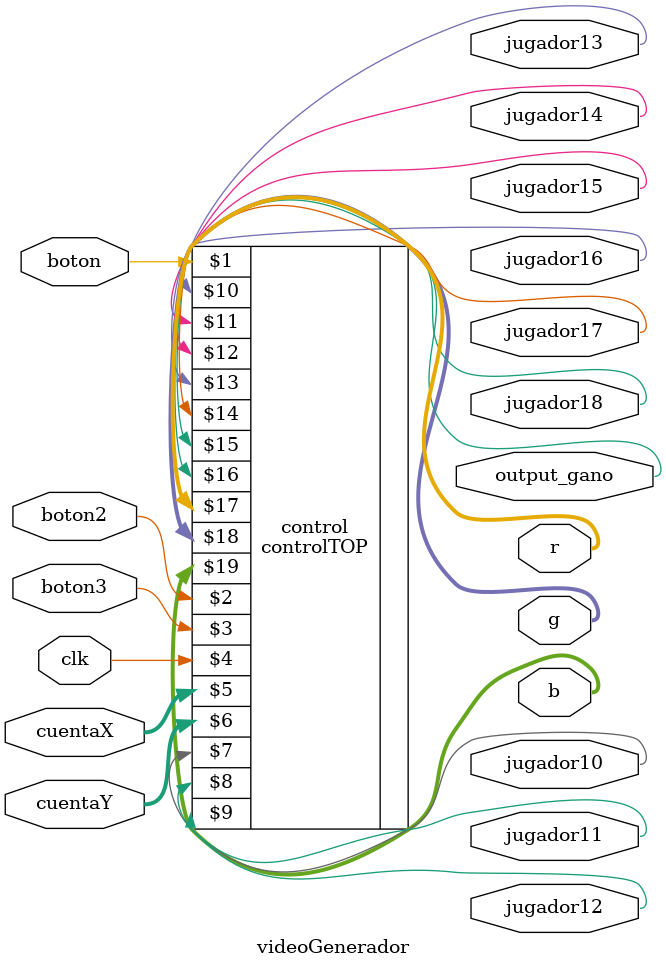
<source format=sv>
module videoGenerador(input logic boton,boton2,boton3,//boton4,
							 input logic clk, // clock de 60 Hz pues se instancia con el clock de V_SYNC...
							 input logic [9:0]cuentaX,cuentaY,
							 output logic jugador10,jugador11,jugador12,jugador13,jugador14,jugador15,jugador16,jugador17,jugador18,output_gano,
							 //output logic [1:0] gano,
							 output logic [7:0] r,g,b);
							 
		logic inrect1,visible_sprite1,visible_sprite2,lineas1;
		
		
		logic [3:0] contador;
		
		//logic [23:0] rgb1, rgb2;
		
		
		
		controlTOP control (boton,boton2,boton3,clk,cuentaX,cuentaY,jugador10,jugador11,jugador12,jugador13,jugador14,jugador15,jugador16,jugador17,jugador18,output_gano,r,g,b);
		
		
		
		
		
		//chargenrom chargerenromb (cuentaY[8:3]+8'd120, cuentaX[2:0],cuentaY[2:0],pixel);
		
		//logic  linea1, linea2, linea3, linea4;
		
		
		/*
		rectgen seleccionador (clk,boton,boton3,cuentaX,cuentaY,0,130,180,140,inrect1,contador);
		
		
		
		muxSeleccionador muxSel (clk, cuentaX, cuentaY, visible_sprite, rgb);
		
		sprite_Rick Jugador1 (clk, cuentaX,cuentaY,90,90,rgb1,visible_sprite1);
		
		sprite_Morty Jugador2 (clk, cuentaX, cuentaY, 180,90,rgb2,visible_sprite2);
		
		*/
		
		//lineas CuatroLineas (cuentaX,cuentaY,lineas1);
		
		
		
		
		//mux4a1 mux41 (rgb1, rgb2,inrect1,visible_sprite1,visible_sprite2,lineas1, r,g,b);
		
		
		//sprite_top spriteTop (clk, cuentaX,cuentaY, 90,90,rgb,visible_sprite);
		
		
		
		//assign linea1 = ((cuentaX > 213) & (cuentaX < 229) | (cuentaX > 426) & (cuentaX < 442) | (cuentaY > 160) & (cuentaY < 176) | (cuentaY > 320) & (cuentaY < 336))? 1:0;
		
		
		
		
		
		//assign r = out_mux[23:16];
		
		//assign g = out_mux[15:8];
		
		//assign b = out_mux[7:0];
		
		
		
		//assign {g,b} = (cuentaY[3] == 0) ? {{8{pixel}},8'h00}:{8'h00,{8{pixel}}};
		
		//assign g = inrect          ? 8'hFF              :8'h00;
		//assign r = {8{inrect}};
		
		//assign r = {8{inrect}};
		
	 //logic sq_a, sq_b, sq_c, sq_d;
    //assign sq_a = ((cuentaX > 120) & (cuentaY >  40) & (cuentaX < 280) & (cuentaY < 200)) ? 1 : 0;
    //assign sq_b = ((cuentaX > 200) & (cuentaY > 120) & (cuentaX < 360) & (cuentaY < 280)) ? 1 : 0;
    //assign sq_c = ((cuentaX > 280) & (cuentaY > 200) & (cuentaX < 440) & (cuentaY < 360)) ? 1 : 0;
    //assign sq_d = ((cuentaX > 360) & (cuentaY > 280) & (cuentaX < 520) & (cuentaY < 440)) ? 1 : 0;
	 
	 //logic [11:0] linea1, linea2, linea3, linea4;
	 //logic linea1;
	 //logic sq_a;
	 
	 //assign linea1 = ((cuentaX > 213) & (cuentaX < 229) | (cuentaX > 426) & (cuentaX < 442) | (cuentaY > 160) & (cuentaY < 176) | (cuentaY > 320) & (cuentaY < 336))? 0:1;
	 
	 //botonMove #(.DER_INICIAL(0), .IZQ_INICIAL(100), .UP_INICIAL(100), .DOWN_INICIAL(150)) bM (.clk(clk), .move(boton), .borde_izq(linea1), .borde_der(linea2), .borde_up(linea3), .borde_down(linea4));
						 
	 //assign sq_a = ((cuentaX > linea1) & (cuentaX < linea2) & (cuentaY > linea3) & (cuentaY < linea4))? 1:0;
	 
	 
	 //assign r = {8{sq_a}};
	 //assign g = {8{1'b0}};
	 //assign b = {8{1'b0}};
    //assign r = {8{sq_b}};         // square b is red
    //assign g = {8{sq_a | sq_d}};  // squares a and d are green
    //assign b = {8{sq_c}};  
		
		
endmodule

</source>
